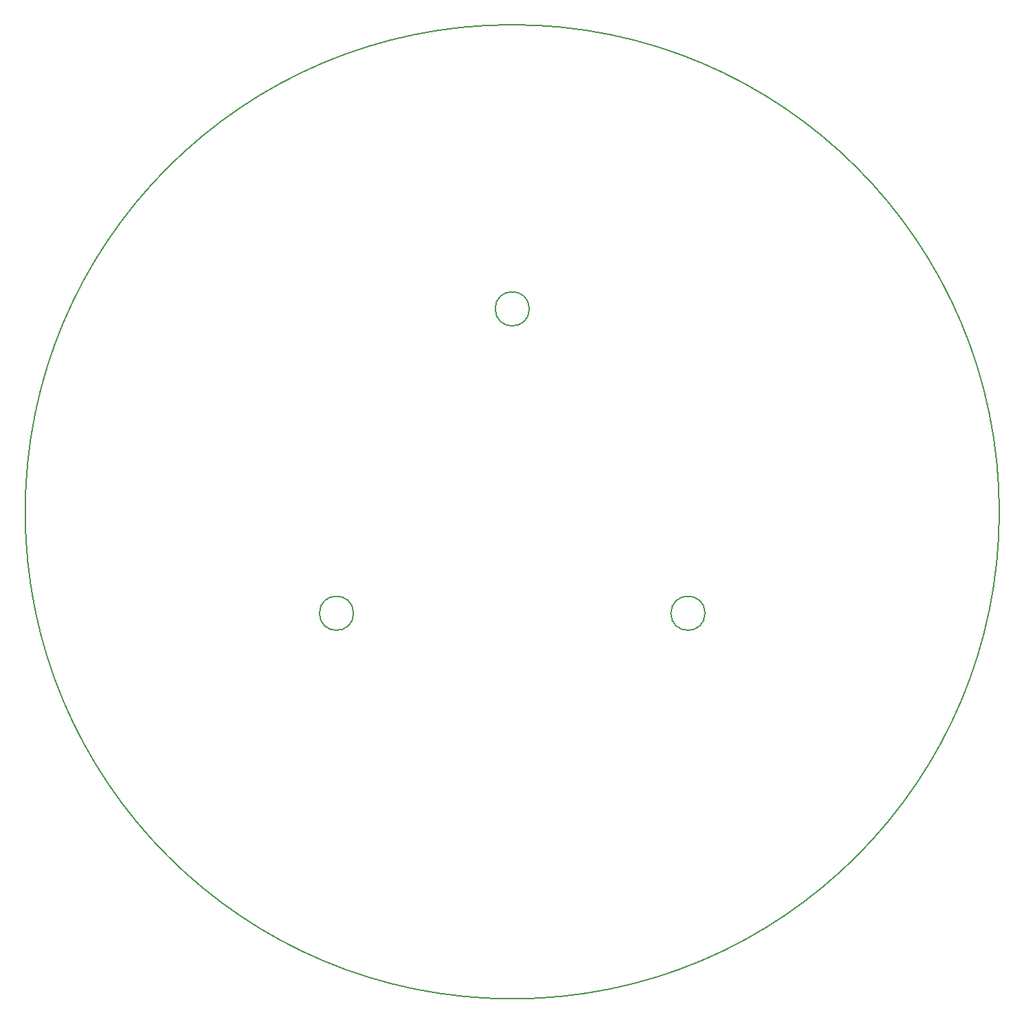
<source format=gm1>
G04 #@! TF.GenerationSoftware,KiCad,Pcbnew,5.1.5+dfsg1-2build2*
G04 #@! TF.CreationDate,2022-01-30T22:27:44+01:00*
G04 #@! TF.ProjectId,Light_Ring_PCB,4c696768-745f-4526-996e-675f5043422e,rev?*
G04 #@! TF.SameCoordinates,Original*
G04 #@! TF.FileFunction,Profile,NP*
%FSLAX46Y46*%
G04 Gerber Fmt 4.6, Leading zero omitted, Abs format (unit mm)*
G04 Created by KiCad (PCBNEW 5.1.5+dfsg1-2build2) date 2022-01-30 22:27:44*
%MOMM*%
%LPD*%
G04 APERTURE LIST*
%ADD10C,0.200000*%
G04 APERTURE END LIST*
D10*
X265128100Y-134831800D02*
G75*
G03X265128100Y-134831800I-60000000J0D01*
G01*
X207228099Y-109831800D02*
G75*
G03X207228099Y-109831800I-2099999J0D01*
G01*
X185577465Y-147331800D02*
G75*
G03X185577465Y-147331800I-2100000J0D01*
G01*
X228878735Y-147331800D02*
G75*
G03X228878735Y-147331800I-2100000J0D01*
G01*
M02*

</source>
